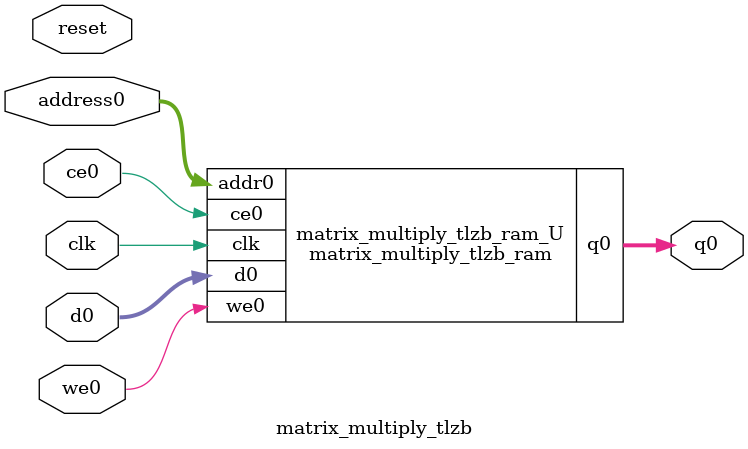
<source format=v>

`timescale 1 ns / 1 ps
module matrix_multiply_tlzb_ram (addr0, ce0, d0, we0, q0,  clk);

parameter DWIDTH = 8;
parameter AWIDTH = 16;
parameter MEM_SIZE = 45056;

input[AWIDTH-1:0] addr0;
input ce0;
input[DWIDTH-1:0] d0;
input we0;
output reg[DWIDTH-1:0] q0;
input clk;

(* ram_style = "block" *)reg [DWIDTH-1:0] ram[0:MEM_SIZE-1];




always @(posedge clk)  
begin 
    if (ce0) 
    begin
        if (we0) 
        begin 
            ram[addr0] <= d0; 
            q0 <= d0;
        end 
        else 
            q0 <= ram[addr0];
    end
end


endmodule


`timescale 1 ns / 1 ps
module matrix_multiply_tlzb(
    reset,
    clk,
    address0,
    ce0,
    we0,
    d0,
    q0);

parameter DataWidth = 32'd8;
parameter AddressRange = 32'd45056;
parameter AddressWidth = 32'd16;
input reset;
input clk;
input[AddressWidth - 1:0] address0;
input ce0;
input we0;
input[DataWidth - 1:0] d0;
output[DataWidth - 1:0] q0;



matrix_multiply_tlzb_ram matrix_multiply_tlzb_ram_U(
    .clk( clk ),
    .addr0( address0 ),
    .ce0( ce0 ),
    .we0( we0 ),
    .d0( d0 ),
    .q0( q0 ));

endmodule


</source>
